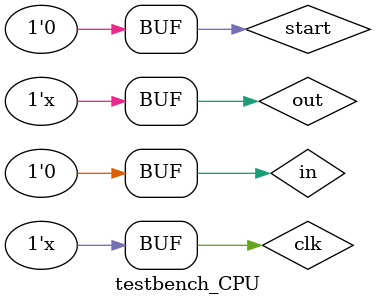
<source format=v>
module testbench_CPU ();
//parameter databus_width = 16;
//
//reg [databus_width-1 : 0] data_in;
//reg load, increase;
//reg clock, n_reset;
//wire [databus_width-1 : 0] data_out;
//
//program_counter u0 (data_in, load, increase, clock, n_reset, data_out);
//
//always #3 clock = ~clock;
//
//initial
//	begin
//	clock = 0;
//	data_in = 0;
//	load = 0;
//	increase = 0;
//	n_reset = 0;
//	
//	#1
//	n_reset = 1;
//	
//	#1 
//	load = 1;
//	
//	#1
//	data_in = 23;
//	
//	#3
//	load = 0;
//	increase = 1;
//	
//	#10
//	n_reset = 0;
//
//	#10
//	$stop;
//	end

reg in, clk;
reg out;
reg start;

always @(clk)
begin
start = 0;
end

always @(start)
begin
if (in == 1)
out =0;
end

always #3 clk = ~clk;

initial
begin
clk = 0;
in = 0;

#1
in = 1;

#10 
in = 0;
end

endmodule
</source>
